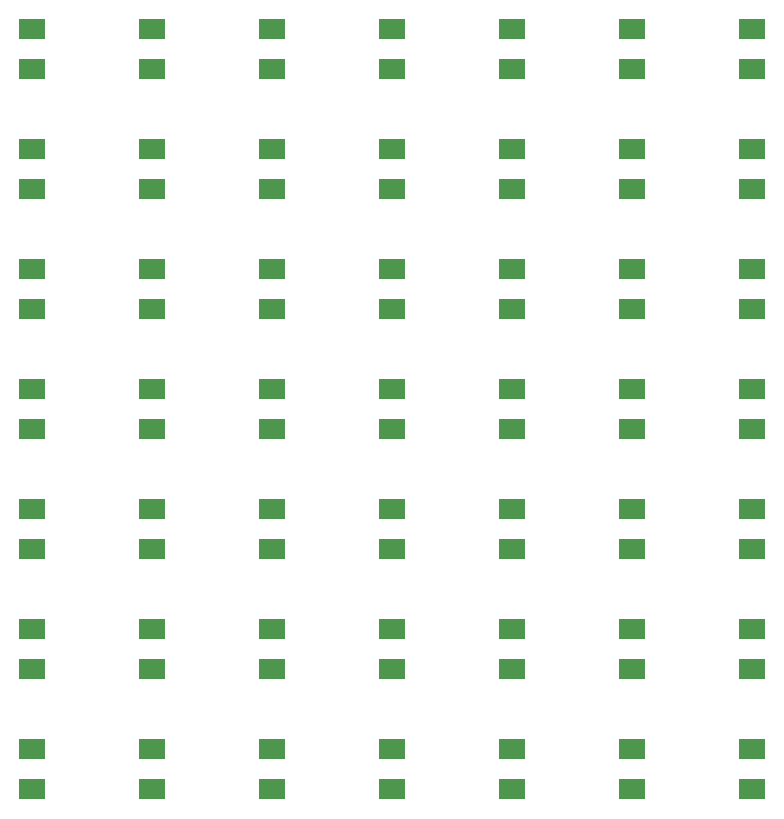
<source format=gbp>
G75*
%MOIN*%
%OFA0B0*%
%FSLAX25Y25*%
%IPPOS*%
%LPD*%
%AMOC8*
5,1,8,0,0,1.08239X$1,22.5*
%
%ADD10R,0.09055X0.06693*%
D10*
X0124081Y0035455D03*
X0124081Y0048841D03*
X0124081Y0075455D03*
X0124081Y0088841D03*
X0124081Y0115455D03*
X0124081Y0128841D03*
X0124081Y0155455D03*
X0124081Y0168841D03*
X0124081Y0195455D03*
X0124081Y0208841D03*
X0124081Y0235455D03*
X0124081Y0248841D03*
X0124081Y0275455D03*
X0124081Y0288841D03*
X0164081Y0288841D03*
X0164081Y0275455D03*
X0164081Y0248841D03*
X0164081Y0235455D03*
X0164081Y0208841D03*
X0164081Y0195455D03*
X0164081Y0168841D03*
X0164081Y0155455D03*
X0164081Y0128841D03*
X0164081Y0115455D03*
X0164081Y0088841D03*
X0164081Y0075455D03*
X0164081Y0048841D03*
X0164081Y0035455D03*
X0204081Y0035455D03*
X0204081Y0048841D03*
X0204081Y0075455D03*
X0204081Y0088841D03*
X0204081Y0115455D03*
X0204081Y0128841D03*
X0204081Y0155455D03*
X0204081Y0168841D03*
X0204081Y0195455D03*
X0204081Y0208841D03*
X0204081Y0235455D03*
X0204081Y0248841D03*
X0204081Y0275455D03*
X0204081Y0288841D03*
X0244081Y0288841D03*
X0244081Y0275455D03*
X0244081Y0248841D03*
X0244081Y0235455D03*
X0244081Y0208841D03*
X0244081Y0195455D03*
X0244081Y0168841D03*
X0244081Y0155455D03*
X0244081Y0128841D03*
X0244081Y0115455D03*
X0244081Y0088841D03*
X0244081Y0075455D03*
X0244081Y0048841D03*
X0244081Y0035455D03*
X0284081Y0035455D03*
X0284081Y0048841D03*
X0284081Y0075455D03*
X0284081Y0088841D03*
X0284081Y0115455D03*
X0284081Y0128841D03*
X0284081Y0155455D03*
X0284081Y0168841D03*
X0284081Y0195455D03*
X0284081Y0208841D03*
X0284081Y0235455D03*
X0284081Y0248841D03*
X0284081Y0275455D03*
X0284081Y0288841D03*
X0324081Y0288841D03*
X0324081Y0275455D03*
X0324081Y0248841D03*
X0324081Y0235455D03*
X0324081Y0208841D03*
X0324081Y0195455D03*
X0324081Y0168841D03*
X0324081Y0155455D03*
X0324081Y0128841D03*
X0324081Y0115455D03*
X0324081Y0088841D03*
X0324081Y0075455D03*
X0324081Y0048841D03*
X0324081Y0035455D03*
X0364081Y0035455D03*
X0364081Y0048841D03*
X0364081Y0075455D03*
X0364081Y0088841D03*
X0364081Y0115455D03*
X0364081Y0128841D03*
X0364081Y0155455D03*
X0364081Y0168841D03*
X0364081Y0195455D03*
X0364081Y0208841D03*
X0364081Y0235455D03*
X0364081Y0248841D03*
X0364081Y0275455D03*
X0364081Y0288841D03*
M02*

</source>
